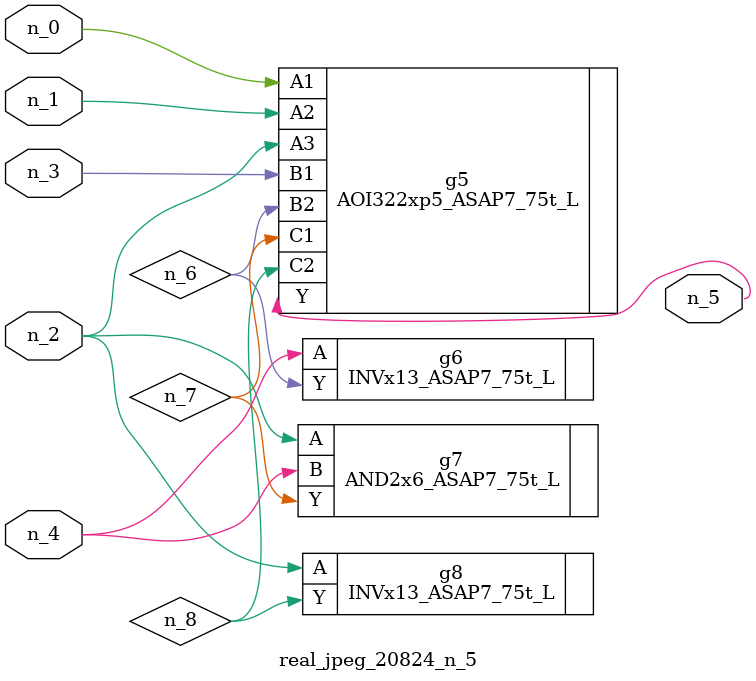
<source format=v>
module real_jpeg_20824_n_5 (n_4, n_0, n_1, n_2, n_3, n_5);

input n_4;
input n_0;
input n_1;
input n_2;
input n_3;

output n_5;

wire n_8;
wire n_6;
wire n_7;

AOI322xp5_ASAP7_75t_L g5 ( 
.A1(n_0),
.A2(n_1),
.A3(n_2),
.B1(n_3),
.B2(n_6),
.C1(n_7),
.C2(n_8),
.Y(n_5)
);

AND2x6_ASAP7_75t_L g7 ( 
.A(n_2),
.B(n_4),
.Y(n_7)
);

INVx13_ASAP7_75t_L g8 ( 
.A(n_2),
.Y(n_8)
);

INVx13_ASAP7_75t_L g6 ( 
.A(n_4),
.Y(n_6)
);


endmodule
</source>
